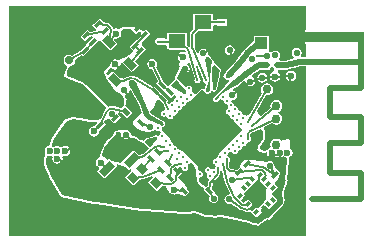
<source format=gtl>
G04*
G04 #@! TF.GenerationSoftware,Altium Limited,Altium Designer,24.8.2 (39)*
G04*
G04 Layer_Physical_Order=1*
G04 Layer_Color=255*
%FSLAX44Y44*%
%MOMM*%
G71*
G04*
G04 #@! TF.SameCoordinates,51F5D0A7-D834-435B-83A4-D3E02903F5C0*
G04*
G04*
G04 #@! TF.FilePolarity,Positive*
G04*
G01*
G75*
%ADD13C,0.2500*%
G04:AMPARAMS|DCode=14|XSize=0.6mm|YSize=0.2803mm|CornerRadius=0mm|HoleSize=0mm|Usage=FLASHONLY|Rotation=135.000|XOffset=0mm|YOffset=0mm|HoleType=Round|Shape=Rectangle|*
%AMROTATEDRECTD14*
4,1,4,0.3112,-0.1130,0.1130,-0.3112,-0.3112,0.1130,-0.1130,0.3112,0.3112,-0.1130,0.0*
%
%ADD14ROTATEDRECTD14*%

%ADD15R,0.2803X0.6000*%
G04:AMPARAMS|DCode=16|XSize=0.6mm|YSize=0.2803mm|CornerRadius=0mm|HoleSize=0mm|Usage=FLASHONLY|Rotation=45.000|XOffset=0mm|YOffset=0mm|HoleType=Round|Shape=Rectangle|*
%AMROTATEDRECTD16*
4,1,4,-0.1130,-0.3112,-0.3112,-0.1130,0.1130,0.3112,0.3112,0.1130,-0.1130,-0.3112,0.0*
%
%ADD16ROTATEDRECTD16*%

%ADD17R,0.6000X0.2803*%
%ADD18C,0.7000*%
G04:AMPARAMS|DCode=19|XSize=1mm|YSize=0.6mm|CornerRadius=0mm|HoleSize=0mm|Usage=FLASHONLY|Rotation=315.000|XOffset=0mm|YOffset=0mm|HoleType=Round|Shape=Rectangle|*
%AMROTATEDRECTD19*
4,1,4,-0.5657,0.1414,-0.1414,0.5657,0.5657,-0.1414,0.1414,-0.5657,-0.5657,0.1414,0.0*
%
%ADD19ROTATEDRECTD19*%

%ADD20R,1.4000X1.1500*%
%ADD21C,0.2750*%
%ADD22P,6.8589X4X360.0*%
G04:AMPARAMS|DCode=23|XSize=0.6mm|YSize=0.2803mm|CornerRadius=0mm|HoleSize=0mm|Usage=FLASHONLY|Rotation=310.000|XOffset=0mm|YOffset=0mm|HoleType=Round|Shape=Rectangle|*
%AMROTATEDRECTD23*
4,1,4,-0.3002,0.1397,-0.0855,0.3199,0.3002,-0.1397,0.0855,-0.3199,-0.3002,0.1397,0.0*
%
%ADD23ROTATEDRECTD23*%

%ADD24R,1.5000X0.5000*%
%ADD25R,0.5000X0.9000*%
G04:AMPARAMS|DCode=26|XSize=0.45mm|YSize=0.35mm|CornerRadius=0mm|HoleSize=0mm|Usage=FLASHONLY|Rotation=225.000|XOffset=0mm|YOffset=0mm|HoleType=Round|Shape=Rectangle|*
%AMROTATEDRECTD26*
4,1,4,0.0354,0.2828,0.2828,0.0354,-0.0354,-0.2828,-0.2828,-0.0354,0.0354,0.2828,0.0*
%
%ADD26ROTATEDRECTD26*%

G04:AMPARAMS|DCode=27|XSize=0.35mm|YSize=0.45mm|CornerRadius=0mm|HoleSize=0mm|Usage=FLASHONLY|Rotation=225.000|XOffset=0mm|YOffset=0mm|HoleType=Round|Shape=Rectangle|*
%AMROTATEDRECTD27*
4,1,4,-0.0354,0.2828,0.2828,-0.0354,0.0354,-0.2828,-0.2828,0.0354,-0.0354,0.2828,0.0*
%
%ADD27ROTATEDRECTD27*%

G04:AMPARAMS|DCode=28|XSize=0.6mm|YSize=0.2803mm|CornerRadius=0mm|HoleSize=0mm|Usage=FLASHONLY|Rotation=220.000|XOffset=0mm|YOffset=0mm|HoleType=Round|Shape=Rectangle|*
%AMROTATEDRECTD28*
4,1,4,0.1397,0.3002,0.3199,0.0855,-0.1397,-0.3002,-0.3199,-0.0855,0.1397,0.3002,0.0*
%
%ADD28ROTATEDRECTD28*%

%ADD29C,0.7500*%
%ADD30R,1.1000X2.2000*%
%ADD31R,1.0000X1.0500*%
G04:AMPARAMS|DCode=32|XSize=0.7mm|YSize=0.8mm|CornerRadius=0mm|HoleSize=0mm|Usage=FLASHONLY|Rotation=225.000|XOffset=0mm|YOffset=0mm|HoleType=Round|Shape=Rectangle|*
%AMROTATEDRECTD32*
4,1,4,-0.0354,0.5303,0.5303,-0.0354,0.0354,-0.5303,-0.5303,0.0354,-0.0354,0.5303,0.0*
%
%ADD32ROTATEDRECTD32*%

G04:AMPARAMS|DCode=33|XSize=0.4mm|YSize=0.7mm|CornerRadius=0mm|HoleSize=0mm|Usage=FLASHONLY|Rotation=45.000|XOffset=0mm|YOffset=0mm|HoleType=Round|Shape=Rectangle|*
%AMROTATEDRECTD33*
4,1,4,0.1061,-0.3889,-0.3889,0.1061,-0.1061,0.3889,0.3889,-0.1061,0.1061,-0.3889,0.0*
%
%ADD33ROTATEDRECTD33*%

G04:AMPARAMS|DCode=34|XSize=1.25mm|YSize=0.7mm|CornerRadius=0mm|HoleSize=0mm|Usage=FLASHONLY|Rotation=45.000|XOffset=0mm|YOffset=0mm|HoleType=Round|Shape=Rectangle|*
%AMROTATEDRECTD34*
4,1,4,-0.1945,-0.6894,-0.6894,-0.1945,0.1945,0.6894,0.6894,0.1945,-0.1945,-0.6894,0.0*
%
%ADD34ROTATEDRECTD34*%

%ADD57C,0.1270*%
%ADD58C,0.5000*%
%ADD59C,0.4500*%
%ADD60C,0.5588*%
%ADD61C,0.6000*%
G36*
X99126Y76875D02*
X98154Y76472D01*
X97752Y75500D01*
Y66500D01*
X98154Y65528D01*
X99126Y65125D01*
Y53770D01*
X95007D01*
X94328Y55040D01*
X94835Y55798D01*
X95150Y57384D01*
X94835Y58970D01*
X93937Y60314D01*
X92593Y61212D01*
X91007Y61528D01*
X89421Y61212D01*
X88077Y60314D01*
X87179Y58970D01*
X86863Y57384D01*
X87179Y55798D01*
X88077Y54454D01*
X88622Y54090D01*
X88424Y52695D01*
X86058Y51945D01*
X80624Y50742D01*
X77889Y50723D01*
X76723Y51096D01*
X76456Y51350D01*
X75812Y52447D01*
X76710Y53791D01*
X77025Y55377D01*
X76710Y56962D01*
X75812Y58307D01*
X74468Y59205D01*
X72882Y59520D01*
X71296Y59205D01*
X69952Y58307D01*
X69906Y58239D01*
X68345Y58188D01*
X68242Y58257D01*
X67251Y58930D01*
Y71970D01*
X54711D01*
Y67183D01*
X46504Y59931D01*
X46375Y59763D01*
X46168Y59603D01*
X45698Y58991D01*
X45389Y58706D01*
X39160Y50145D01*
X30713Y41321D01*
X29907Y40056D01*
X29696Y38857D01*
X28538Y37885D01*
X31972Y33792D01*
X32809Y34495D01*
X33382Y34408D01*
X33770Y33065D01*
X30072Y29866D01*
X30045Y29812D01*
X29989Y29788D01*
X24991Y24683D01*
X24957Y24598D01*
X24877Y24551D01*
X22238Y21060D01*
X21762Y20965D01*
X20887Y20381D01*
X20303Y19506D01*
X20097Y18474D01*
X20303Y17442D01*
X20887Y16567D01*
X21762Y15982D01*
X22794Y15777D01*
X23826Y15982D01*
X24701Y16567D01*
X25286Y17442D01*
X25301Y17518D01*
X25345Y17558D01*
X26692Y18000D01*
X27065Y17750D01*
X27914Y17581D01*
X28097Y17545D01*
X28936Y16706D01*
X28973Y16522D01*
X29141Y15674D01*
X29726Y14799D01*
X30601Y14214D01*
X31449Y14046D01*
X31633Y14009D01*
X32472Y13170D01*
X32508Y12987D01*
X32677Y12138D01*
X32927Y11764D01*
X32485Y10418D01*
X32445Y10374D01*
X32369Y10359D01*
X31494Y9774D01*
X30909Y8899D01*
X30704Y7867D01*
X30909Y6835D01*
X31494Y5960D01*
X32369Y5375D01*
X33217Y5207D01*
X33401Y5170D01*
X34239Y4331D01*
X34276Y4148D01*
X34445Y3300D01*
X35029Y2425D01*
X35904Y1840D01*
X36753Y1671D01*
X36936Y1635D01*
X37775Y796D01*
X37812Y613D01*
X37912Y110D01*
X37139Y-1089D01*
X36218Y-1188D01*
X35819Y-591D01*
X34407Y353D01*
X32741Y684D01*
X32493Y635D01*
X31595Y1533D01*
X31644Y1777D01*
X31312Y3443D01*
X30369Y4855D01*
X28956Y5799D01*
X27741Y6041D01*
X26595Y6786D01*
X26263Y8452D01*
X25319Y9864D01*
X23907Y10808D01*
X22408Y11106D01*
X21979Y11346D01*
X21297Y12028D01*
X21309Y12089D01*
X20978Y13755D01*
X20034Y15168D01*
X18621Y16112D01*
X16955Y16443D01*
X16269Y17129D01*
X16300Y17286D01*
X15969Y18952D01*
X15025Y20364D01*
X13613Y21308D01*
X13571Y21385D01*
X13866Y22264D01*
X14929Y22926D01*
X15455Y22822D01*
X15655Y22861D01*
X15723Y22848D01*
X15791Y22861D01*
X15991Y22822D01*
X16517Y22926D01*
X16687Y23040D01*
X16755Y23053D01*
X16812Y23091D01*
X17013Y23131D01*
X17459Y23429D01*
X17573Y23599D01*
X17630Y23638D01*
X17668Y23695D01*
X17838Y23809D01*
X18136Y24255D01*
X18176Y24455D01*
X18215Y24513D01*
X18216Y24519D01*
X18652Y24795D01*
X19674Y24941D01*
X19736Y24899D01*
X19937Y24859D01*
X19994Y24821D01*
X20062Y24808D01*
X20232Y24694D01*
X20758Y24589D01*
X20959Y24629D01*
X21026Y24616D01*
X21094Y24629D01*
X21295Y24589D01*
X21821Y24694D01*
X21991Y24808D01*
X22058Y24821D01*
X22116Y24859D01*
X22316Y24899D01*
X22762Y25197D01*
X22876Y25367D01*
X22933Y25405D01*
X22972Y25463D01*
X23142Y25577D01*
X23440Y26023D01*
X23480Y26223D01*
X23518Y26281D01*
X23525Y26318D01*
X23634Y26469D01*
X26218Y37357D01*
X26214Y37383D01*
X26229Y37406D01*
X26442Y38475D01*
X26431Y38529D01*
X26458Y38577D01*
X26898Y42180D01*
X27369Y42576D01*
X26730Y43338D01*
X26663Y43579D01*
X26641Y43592D01*
X26633Y43616D01*
X22777Y48212D01*
X22534Y48338D01*
X21880Y49118D01*
X21880D01*
X20903Y49832D01*
X20443Y50484D01*
X20358Y50546D01*
X20326Y50646D01*
X16470Y55242D01*
X16227Y55368D01*
X15587Y56131D01*
X15743Y56916D01*
X15427Y58502D01*
X14529Y59847D01*
X13185Y60745D01*
X11599Y61060D01*
X10014Y60745D01*
X8669Y59847D01*
X7771Y58502D01*
X7597Y57627D01*
X6275Y57491D01*
X5060Y60360D01*
X5046Y60393D01*
X4999Y60529D01*
X4668Y61514D01*
X4647Y61563D01*
X4568Y62736D01*
Y72894D01*
X4629Y72921D01*
X4668Y73014D01*
X4646Y73064D01*
X5422Y73910D01*
X7610Y76244D01*
X19800D01*
Y80414D01*
X20699Y81311D01*
X23613Y81308D01*
Y80574D01*
X32153D01*
Y85917D01*
X23613D01*
Y85917D01*
X22888Y85193D01*
X19800Y85197D01*
Y90283D01*
X3260D01*
Y77284D01*
X2593Y76572D01*
X1713Y75655D01*
X1713Y75655D01*
X941Y74500D01*
X646Y73014D01*
X683D01*
Y63328D01*
X-587Y62669D01*
X-2200Y63807D01*
Y74283D01*
X-18740D01*
Y69569D01*
X-20010Y69232D01*
X-20406Y69620D01*
Y69620D01*
X-28946D01*
Y64277D01*
X-20406D01*
Y64277D01*
X-19938Y64402D01*
X-18740Y63443D01*
Y60244D01*
X-3887D01*
X-2660Y59378D01*
X-2569Y58555D01*
X-3716Y57794D01*
X-3914Y57927D01*
X-5580Y58258D01*
X-7246Y57927D01*
X-8659Y56983D01*
X-9602Y55571D01*
X-9934Y53905D01*
X-9602Y52238D01*
X-8659Y50826D01*
X-8041Y50413D01*
X-8024Y50357D01*
X-8182Y48985D01*
X-8400Y48466D01*
X-8593Y45278D01*
X-8893Y43600D01*
X-9585Y42065D01*
X-10613Y40366D01*
X-10657Y40284D01*
X-11502Y38467D01*
X-11557Y38310D01*
X-12074Y36191D01*
X-12096Y36056D01*
X-12137Y35524D01*
X-12241Y35481D01*
X-12241Y35481D01*
X-16483Y31239D01*
X-16588Y30986D01*
X-17244Y30331D01*
X-17326Y30255D01*
X-18319Y29644D01*
X-22440Y33764D01*
X-28001Y45231D01*
X-27389Y46146D01*
X-27058Y47813D01*
X-27389Y49479D01*
X-28333Y50891D01*
X-29746Y51835D01*
X-31412Y52166D01*
X-33078Y51835D01*
X-34490Y50891D01*
X-35434Y49479D01*
X-35765Y47813D01*
X-35434Y46146D01*
X-34490Y44734D01*
X-33078Y43790D01*
X-31464Y43469D01*
X-26499Y33233D01*
X-27982Y31750D01*
X-21943Y25712D01*
X-21943Y25712D01*
X-21322Y25035D01*
X-21322Y25035D01*
X-15283Y18997D01*
X-12483Y21797D01*
X-11157Y21327D01*
X-10951Y19371D01*
X-11825Y19197D01*
X-12700Y18613D01*
X-13285Y17738D01*
X-13454Y16889D01*
X-13490Y16706D01*
X-14329Y15867D01*
X-14512Y15831D01*
X-15361Y15662D01*
X-16236Y15077D01*
X-16694Y14392D01*
X-17497Y14271D01*
X-18090Y14331D01*
X-18720Y15560D01*
X-17302Y16978D01*
X-23341Y23017D01*
X-23341Y23017D01*
X-23962Y23693D01*
X-23962Y23693D01*
X-30000Y29732D01*
X-31153Y28579D01*
X-44606Y37140D01*
X-44645Y37155D01*
X-44841Y37305D01*
X-46448Y37971D01*
X-48172Y38198D01*
X-49896Y37971D01*
X-50370Y37775D01*
X-50518Y37750D01*
X-55123Y36011D01*
X-55198Y36069D01*
X-55212Y36075D01*
X-55257Y36057D01*
X-55312Y35986D01*
X-58778Y36350D01*
X-64758Y42330D01*
X-68474Y38614D01*
X-69734Y38774D01*
X-70087Y39372D01*
X-70598Y40401D01*
X-69032Y42433D01*
X-67172Y44420D01*
X-66615Y44649D01*
X-65715Y44526D01*
X-64303Y43583D01*
X-62637Y43251D01*
X-60971Y43583D01*
X-59558Y44527D01*
X-58615Y45939D01*
X-58283Y47605D01*
X-58439Y48387D01*
X-57832Y49094D01*
X-56742Y49107D01*
X-48495Y40859D01*
X-42456Y46898D01*
X-45876Y50317D01*
X-42802Y54248D01*
X-42548Y54264D01*
X-42548D01*
X-36509Y60303D01*
X-40287Y64080D01*
X-40091Y65269D01*
X-40068Y65397D01*
X-40059Y65460D01*
X-39952Y66509D01*
X-39134Y67441D01*
Y67441D01*
X-33095Y73479D01*
X-36873Y77257D01*
X-38495Y75635D01*
X-39669Y76119D01*
X-39669Y76211D01*
X-39806Y76670D01*
X-40169Y76982D01*
X-42475Y78025D01*
X-42549Y78054D01*
X-44836Y78841D01*
X-44919Y78865D01*
X-47188Y79396D01*
X-47278Y79412D01*
X-49529Y79688D01*
X-49625Y79694D01*
X-51857Y79714D01*
X-51864Y79714D01*
X-51954Y79710D01*
X-54168Y79474D01*
X-54264Y79458D01*
X-56459Y78967D01*
X-56550Y78941D01*
X-58727Y78194D01*
X-58769Y78179D01*
X-59983Y77689D01*
X-60201Y77834D01*
X-61867Y78166D01*
X-63533Y77834D01*
X-64661Y78302D01*
X-64722Y78609D01*
X-65565Y79869D01*
X-65565Y79869D01*
X-66489Y80741D01*
X-67573Y81825D01*
X-67546Y81851D01*
X-68807Y82693D01*
X-69670Y82865D01*
X-69870Y82928D01*
X-72627Y83233D01*
X-76090Y86696D01*
X-82128Y80658D01*
X-79039Y77569D01*
X-79443Y76176D01*
X-84285Y75085D01*
X-86458Y77257D01*
X-92496Y71219D01*
X-88719Y67441D01*
X-85281Y70878D01*
X-82389Y71530D01*
X-81751Y70372D01*
X-86700Y65423D01*
Y65423D01*
X-87331Y64257D01*
X-87590Y64255D01*
X-87590D01*
X-92840Y59005D01*
X-99080Y54989D01*
X-99831Y55491D01*
X-101692Y55862D01*
X-103553Y55491D01*
X-105131Y54437D01*
X-106185Y52859D01*
X-106556Y50998D01*
X-106185Y49137D01*
X-105131Y47559D01*
X-103553Y46505D01*
X-103244Y45836D01*
X-103861Y44729D01*
X-103919Y44602D01*
X-105067Y41390D01*
X-105100Y41270D01*
X-105811Y37692D01*
X-105827Y37526D01*
X-105697Y37075D01*
X-105347Y36761D01*
X-102116Y35198D01*
X-102063Y35174D01*
X-91271Y30838D01*
X-89624Y29996D01*
X-88280Y28917D01*
X-88091Y28729D01*
X-88036Y28674D01*
X-80879Y21640D01*
X-80861Y21622D01*
X-80841Y21602D01*
X-73800Y14590D01*
X-73789Y14578D01*
X-70834Y11624D01*
X-70327Y10413D01*
X-71385Y9033D01*
X-71498Y8761D01*
X-71538Y8710D01*
X-75164Y1570D01*
X-77910Y1000D01*
X-81001Y747D01*
X-84266Y850D01*
X-87726Y1314D01*
X-98567Y3287D01*
X-98719Y3300D01*
X-98941Y3271D01*
X-104616Y1733D01*
X-105078Y1416D01*
X-113002Y-9366D01*
X-113021Y-9394D01*
X-114692Y-11865D01*
X-114729Y-11925D01*
X-116133Y-14428D01*
X-116168Y-14496D01*
X-117306Y-17031D01*
X-117335Y-17106D01*
X-118174Y-19578D01*
X-119396Y-21515D01*
X-119880Y-21612D01*
X-121293Y-22555D01*
X-122236Y-23968D01*
X-122568Y-25634D01*
X-122236Y-27300D01*
X-122051Y-27578D01*
X-122525Y-29309D01*
X-122551Y-29444D01*
X-122905Y-32769D01*
X-122909Y-32859D01*
X-122908Y-32906D01*
X-122722Y-36297D01*
X-122705Y-36425D01*
X-121979Y-39881D01*
X-121947Y-39994D01*
X-120680Y-43516D01*
X-120640Y-43611D01*
X-118833Y-47197D01*
X-118811Y-47238D01*
X-109043Y-64259D01*
X-108899Y-64363D01*
X-108478Y-64668D01*
X-81246Y-70313D01*
X-81222Y-70318D01*
X-78716Y-70763D01*
X-78692Y-70767D01*
X-40527Y-76420D01*
X-40493Y-76425D01*
X-37946Y-76698D01*
X-37912Y-76701D01*
X-5278Y-78879D01*
X-5229Y-78881D01*
X-2112Y-78909D01*
X-2105Y-78909D01*
X-2015Y-78904D01*
X1102Y-78571D01*
X1150Y-78565D01*
X2041Y-78418D01*
X2079Y-78411D01*
X4413Y-77916D01*
X9207Y-79826D01*
X9242Y-79840D01*
X11402Y-80592D01*
X11476Y-80614D01*
X13636Y-81151D01*
X13675Y-81160D01*
X15414Y-81505D01*
X15490Y-81517D01*
X19379Y-81929D01*
X19457Y-81934D01*
X21196Y-81957D01*
X21207Y-81957D01*
X21274Y-81955D01*
X25136Y-81650D01*
X25212Y-81640D01*
X26396Y-81437D01*
X39147Y-84294D01*
X50385Y-86806D01*
X52142Y-87362D01*
X53308Y-87848D01*
X53381Y-87875D01*
X55217Y-88450D01*
X55291Y-88470D01*
X55982Y-88619D01*
X56058Y-88632D01*
X58113Y-88885D01*
X58216Y-88891D01*
X58419Y-88832D01*
X58673Y-88758D01*
X58709Y-88735D01*
X58710Y-88734D01*
X59017Y-88537D01*
X67001Y-83427D01*
X67324Y-83750D01*
X68037Y-83037D01*
X68283Y-82939D01*
X69279Y-81968D01*
X69569Y-81783D01*
X69665Y-81711D01*
X70635Y-80877D01*
X70724Y-80789D01*
X71968Y-79350D01*
X78738Y-72757D01*
X78797Y-72619D01*
X78922Y-72536D01*
X80281Y-70502D01*
X80309Y-70364D01*
X80408Y-70264D01*
Y-69991D01*
X80691Y-69307D01*
X80932Y-67479D01*
X80990Y-67339D01*
X80936Y-67209D01*
X80964Y-67070D01*
X80486Y-64671D01*
X80397Y-64537D01*
X80392Y-64376D01*
X80240Y-64036D01*
X79830Y-60217D01*
X80281Y-59542D01*
X80325Y-59321D01*
X80463Y-59145D01*
X81629Y-54931D01*
X81705Y-54827D01*
X81794Y-54674D01*
X82467Y-53172D01*
X82526Y-52990D01*
X82843Y-51399D01*
X82857Y-51305D01*
X82906Y-50729D01*
X83259Y-50375D01*
X82961Y-50077D01*
X84375Y-33502D01*
X84451Y-32823D01*
X84685Y-31132D01*
X84697Y-31129D01*
X86110Y-30186D01*
X87053Y-28773D01*
X87385Y-27107D01*
X87053Y-25441D01*
X86110Y-24029D01*
X85412Y-23563D01*
X85433Y-22909D01*
X85434Y-22882D01*
X85432Y-22825D01*
X85014Y-16559D01*
X85008Y-16475D01*
X85008Y-16475D01*
X84741Y-15911D01*
X84160Y-15682D01*
X84160Y-15682D01*
X84009Y-15695D01*
X82959Y-15885D01*
X82915Y-15894D01*
X79748Y-16643D01*
X79648Y-16673D01*
X77784Y-17364D01*
X77253Y-16570D01*
X75593Y-15461D01*
X73634Y-15071D01*
X71675Y-15461D01*
X70015Y-16570D01*
X68905Y-18231D01*
X68516Y-20189D01*
X68816Y-21700D01*
X68365Y-23085D01*
X66953Y-24029D01*
X66341Y-24944D01*
X65872Y-25116D01*
X63571Y-25329D01*
X61252Y-24910D01*
X59417Y-24082D01*
X59595Y-23178D01*
X60044Y-21831D01*
X60639Y-20653D01*
X61398Y-19606D01*
X61776Y-19166D01*
X61833Y-19093D01*
X62839Y-17627D01*
X62924Y-17468D01*
X63621Y-15767D01*
X63668Y-15612D01*
X64055Y-13676D01*
X64071Y-13540D01*
X64148Y-11370D01*
X64149Y-11339D01*
X64145Y-11258D01*
X63913Y-8853D01*
X63899Y-8764D01*
X63358Y-6125D01*
X63340Y-6054D01*
X63160Y-5445D01*
X70208Y-2144D01*
X71675Y-3125D01*
X73634Y-3514D01*
X75593Y-3125D01*
X77253Y-2015D01*
X78363Y-355D01*
X78752Y1604D01*
X78363Y3563D01*
X77253Y5223D01*
X75593Y6333D01*
X75230Y6405D01*
Y7700D01*
X75593Y7772D01*
X77253Y8882D01*
X78363Y10542D01*
X78752Y12501D01*
X78363Y14460D01*
X77253Y16120D01*
X75593Y17230D01*
X73634Y17619D01*
X71675Y17230D01*
X70015Y16120D01*
X68905Y14460D01*
X68516Y12501D01*
X68803Y11058D01*
X60568Y4320D01*
X60525Y4302D01*
X58964Y4649D01*
X57153Y7868D01*
X56959Y8065D01*
X64965Y21493D01*
X65671Y21353D01*
X67630Y21742D01*
X69291Y22852D01*
X70400Y24512D01*
X70790Y26471D01*
X70400Y28430D01*
X69291Y30090D01*
X67630Y31200D01*
X65671Y31589D01*
X63713Y31200D01*
X62052Y30090D01*
X60943Y28430D01*
X60553Y26471D01*
X60943Y24512D01*
X61630Y23484D01*
X51221Y6026D01*
X49112Y4907D01*
X49080Y4890D01*
X47874Y4182D01*
X47682Y4471D01*
X46807Y5055D01*
X45958Y5224D01*
X45775Y5261D01*
X44936Y6099D01*
X44900Y6283D01*
X44731Y7131D01*
X44146Y8006D01*
X43271Y8591D01*
X42423Y8760D01*
X42239Y8796D01*
X41401Y9635D01*
X41364Y9818D01*
X41196Y10667D01*
X40611Y11542D01*
X39736Y12126D01*
X38888Y12295D01*
X38704Y12332D01*
X37865Y13170D01*
X37829Y13354D01*
X37660Y14202D01*
X37075Y15077D01*
X36200Y15662D01*
X35303Y15840D01*
X35192Y16048D01*
X35221Y16268D01*
X36371Y17335D01*
X37956Y17650D01*
X39301Y18548D01*
X40199Y19892D01*
X40514Y21478D01*
X40199Y23064D01*
X39301Y24408D01*
X37956Y25306D01*
X37242Y25449D01*
X37019Y26788D01*
X40360Y28728D01*
X40388Y28765D01*
X40434Y28774D01*
X41027Y29170D01*
X41077Y29195D01*
X41152Y29253D01*
X41245Y29316D01*
X41259Y29337D01*
X46470Y33402D01*
X47697Y32748D01*
X47932Y31567D01*
X48830Y30222D01*
X50175Y29324D01*
X51761Y29009D01*
X53346Y29324D01*
X54690Y30222D01*
X55589Y31567D01*
X55904Y33152D01*
X55589Y34738D01*
X54690Y36082D01*
X53346Y36981D01*
X53197Y38305D01*
X59985Y42927D01*
X62772Y42962D01*
X63183Y42556D01*
Y42556D01*
X68526D01*
Y44123D01*
X68578Y44159D01*
X69255Y45200D01*
X70027Y45295D01*
X70641Y45178D01*
X71361Y44115D01*
X71381Y44103D01*
Y42772D01*
X71381Y42556D01*
X71069Y41415D01*
X70916Y41384D01*
X69503Y40441D01*
X68560Y39028D01*
X68228Y37362D01*
X68560Y35696D01*
X69503Y34284D01*
X70916Y33340D01*
X72582Y33008D01*
X74248Y33340D01*
X75660Y34284D01*
X76604Y35696D01*
X76936Y37362D01*
X76604Y39028D01*
X75660Y40441D01*
X75409Y40609D01*
X75152Y42308D01*
X75353Y42556D01*
X76723D01*
Y43027D01*
X81084Y43057D01*
X81482Y43139D01*
X81888Y43148D01*
X87887Y44477D01*
X88046Y44546D01*
X88217Y44565D01*
X93471Y46230D01*
X99126D01*
Y-97410D01*
X-152410D01*
Y97410D01*
X99126D01*
Y76875D01*
D02*
G37*
G36*
X-49688Y77995D02*
X-49017Y77913D01*
X-48708Y77015D01*
Y77015D01*
X-44930Y73237D01*
X-42637Y75530D01*
X-41365Y75006D01*
X-41358Y73200D01*
X-41363Y72767D01*
X-42912Y71219D01*
X-42198Y70504D01*
X-44094Y68337D01*
X-44695Y68316D01*
X-44694D01*
X-50733Y62278D01*
X-47995Y59540D01*
X-48012Y58270D01*
X-50999Y55441D01*
X-51323Y55765D01*
X-53420Y53668D01*
X-55765Y52955D01*
X-55818Y52937D01*
X-58499Y51925D01*
X-58553Y51903D01*
X-59497Y51471D01*
X-59525Y51457D01*
X-60205Y51115D01*
X-60971Y51627D01*
X-62637Y51959D01*
X-64303Y51627D01*
X-65715Y50683D01*
X-66659Y49271D01*
X-66990Y47605D01*
X-66860Y46949D01*
X-68225Y45775D01*
X-68292Y45711D01*
X-70301Y43565D01*
X-70354Y43503D01*
X-72269Y41018D01*
X-72446Y40499D01*
X-72357Y40121D01*
X-71596Y38588D01*
X-71567Y38535D01*
X-70449Y36639D01*
X-70797Y36291D01*
X-68839Y34333D01*
X-68697Y34137D01*
X-68673Y34105D01*
X-68618Y34035D01*
X-68593Y34006D01*
X-67039Y32220D01*
X-66749Y30494D01*
X-66590Y30147D01*
X-64823Y28008D01*
X-64785Y27966D01*
X-63063Y26184D01*
X-63010Y26135D01*
X-61333Y24711D01*
X-61260Y24656D01*
X-59628Y23591D01*
X-59581Y23562D01*
X-58732Y23094D01*
X-57602Y22339D01*
X-56711Y21465D01*
X-56022Y20450D01*
X-55527Y19281D01*
X-55226Y17942D01*
X-55125Y16426D01*
X-55234Y14729D01*
X-55529Y13021D01*
X-57556Y10640D01*
X-57741Y10545D01*
X-57766Y10533D01*
X-63955Y12133D01*
X-63952Y12144D01*
X-65617Y12364D01*
X-67341Y12137D01*
X-68504Y11655D01*
X-68816Y12007D01*
X-68852Y12046D01*
X-72587Y15781D01*
X-72588Y15782D01*
X-72599Y15793D01*
X-79642Y22808D01*
X-79666Y22831D01*
X-79686Y22851D01*
X-86843Y29885D01*
X-86844Y29886D01*
X-86891Y29932D01*
X-87110Y30152D01*
X-87179Y30214D01*
X-88627Y31376D01*
X-88772Y31470D01*
X-90531Y32369D01*
X-90601Y32401D01*
X-101402Y36741D01*
X-104016Y38005D01*
X-103445Y40877D01*
X-102342Y43963D01*
X-101062Y46260D01*
X-99831Y46505D01*
X-98253Y47559D01*
X-97199Y49137D01*
X-96829Y50998D01*
X-96857Y51138D01*
X-95114Y52922D01*
X-90989Y55577D01*
X-89851Y54438D01*
X-83812Y60477D01*
Y60477D01*
X-83181Y61642D01*
X-82922Y61645D01*
X-82922D01*
X-77081Y67486D01*
X-76836Y67621D01*
X-75747Y68111D01*
D01*
X-75747Y68111D01*
X-66880Y59244D01*
X-66354Y59770D01*
X-66393Y59867D01*
X-66313Y59900D01*
X-66163Y59988D01*
X-66094Y60042D01*
X-66035Y60089D01*
X-60841Y65283D01*
X-64053Y68494D01*
X-62982Y69680D01*
X-61867Y69458D01*
X-60201Y69790D01*
X-58788Y70734D01*
X-57844Y72146D01*
X-57513Y73812D01*
X-57844Y75478D01*
X-57266Y76898D01*
X-56042Y77318D01*
X-53940Y77789D01*
X-51823Y78014D01*
X-49688Y77995D01*
D02*
G37*
G36*
X148126Y66500D02*
X99126D01*
Y75500D01*
X148126D01*
Y66500D01*
D02*
G37*
G36*
X147876Y47500D02*
X106876D01*
Y52500D01*
X147876D01*
Y47500D01*
D02*
G37*
G36*
X4506Y35585D02*
X4393Y35415D01*
X4187Y34383D01*
X4393Y33352D01*
X4977Y32477D01*
X5852Y31892D01*
X6884Y31687D01*
X7916Y31892D01*
X8791Y32477D01*
X9376Y33352D01*
X9581Y34383D01*
X9376Y35415D01*
X8791Y36291D01*
X8239Y36659D01*
X5372Y46410D01*
X6570Y46838D01*
X11446Y35327D01*
X11258Y34383D01*
X11464Y33352D01*
X12048Y32477D01*
X12923Y31892D01*
X13265Y31824D01*
X14236Y30546D01*
X13579Y28112D01*
X13084Y26882D01*
X11840Y26628D01*
X10420Y28048D01*
X5375Y23003D01*
X4956Y23015D01*
X3890Y23314D01*
X3488Y23916D01*
X2613Y24501D01*
X2537Y24516D01*
X2496Y24560D01*
X2055Y25907D01*
X2305Y26281D01*
X2510Y27313D01*
X2305Y28345D01*
X1720Y29219D01*
X845Y29804D01*
X-187Y30009D01*
X-1219Y29804D01*
X-2094Y29219D01*
X-2518Y28584D01*
X-3503Y28343D01*
X-3974Y28342D01*
X-7491Y32527D01*
X-7491Y32527D01*
X-8235Y33412D01*
X-8291Y33441D01*
X-8315Y33500D01*
X-10297Y35481D01*
X-10431Y35537D01*
X-10406Y35854D01*
X-9925Y37826D01*
X-9135Y39525D01*
X-8361Y40803D01*
X-7845Y40869D01*
X-6542Y44887D01*
X-5936Y45794D01*
X-5030Y46399D01*
X-3960Y46612D01*
X-2891Y46399D01*
X-1985Y45794D01*
X-1379Y44887D01*
X-1166Y43818D01*
X-1379Y42749D01*
X-2618Y39941D01*
X-2375Y39990D01*
X-1030Y40888D01*
X-132Y42232D01*
X183Y43818D01*
X-132Y45404D01*
X-1030Y46748D01*
X-1714Y47205D01*
X-1423Y48538D01*
X601Y48863D01*
X4506Y35585D01*
D02*
G37*
G36*
X25580Y42732D02*
X25094Y38743D01*
X24881Y37674D01*
X22297Y26786D01*
X21999Y26340D01*
X21553Y26042D01*
X21026Y25938D01*
X20500Y26042D01*
X20054Y26340D01*
X19756Y26786D01*
X19651Y27313D01*
X19506Y38743D01*
X19576Y45527D01*
X21724Y47328D01*
X25580Y42732D01*
D02*
G37*
G36*
X19273Y49762D02*
X18341Y45819D01*
X18312Y45699D01*
X18307Y45576D01*
X17870Y34383D01*
X17098Y25545D01*
X16993Y25018D01*
X16695Y24572D01*
X16249Y24274D01*
X15723Y24170D01*
X15197Y24274D01*
X14751Y24572D01*
X14453Y25018D01*
X14348Y25545D01*
X14453Y26071D01*
X16509Y33695D01*
X16560Y33885D01*
X16605Y34278D01*
X16592Y34673D01*
X16556Y34867D01*
X13269Y52557D01*
X15416Y54359D01*
X19273Y49762D01*
D02*
G37*
G36*
X-9287Y32527D02*
X-2750Y24749D01*
X-2452Y24303D01*
X-2347Y23777D01*
X-2452Y23251D01*
X-2750Y22805D01*
X-3196Y22507D01*
X-3722Y22402D01*
X-4249Y22507D01*
X-13529Y28285D01*
X-15511Y30267D01*
X-11269Y34509D01*
X-9287Y32527D01*
D02*
G37*
G36*
X39670Y34536D02*
X40481Y33994D01*
X41023Y33183D01*
X41213Y32226D01*
X41023Y31270D01*
X40481Y30459D01*
X39670Y29917D01*
X32878Y25972D01*
X26649Y22970D01*
X23178Y17937D01*
X22972Y17800D01*
X22729Y17751D01*
X22486Y17800D01*
X22280Y17937D01*
X22142Y18143D01*
X22094Y18386D01*
X22142Y18629D01*
X22280Y18835D01*
X25973Y23722D01*
X30971Y28827D01*
X36946Y33994D01*
X37757Y34536D01*
X38713Y34726D01*
X39670Y34536D01*
D02*
G37*
G36*
X-42767Y13568D02*
X-40429Y6299D01*
X-41391Y5653D01*
X-41469Y5594D01*
X-42056Y5092D01*
X-42070Y5080D01*
X-44887Y2564D01*
X-44904Y2548D01*
X-45334Y2141D01*
X-45410Y2060D01*
X-46756Y403D01*
X-46848Y262D01*
X-47878Y-1698D01*
X-47976Y-2094D01*
X-47834Y-2563D01*
X-46931Y-3926D01*
X-46859Y-4020D01*
X-45838Y-5173D01*
X-45744Y-5264D01*
X-44606Y-6207D01*
X-44492Y-6287D01*
X-43237Y-7019D01*
X-43175Y-7052D01*
X-40389Y-8383D01*
X-40202Y-8441D01*
X-40151Y-8456D01*
X-35030Y-9237D01*
X-34947Y-9246D01*
X-34096Y-9291D01*
X-33629Y-9384D01*
X-32597Y-9179D01*
X-32147Y-9111D01*
X-32063Y-9094D01*
X-28580Y-8202D01*
X-27735Y-8767D01*
X-26703Y-8972D01*
X-25671Y-8767D01*
X-25237Y-8477D01*
X-24162Y-9552D01*
X-24174Y-9971D01*
X-24473Y-11037D01*
X-25075Y-11439D01*
X-25659Y-12314D01*
X-25660Y-12316D01*
X-25669Y-12326D01*
X-25992Y-12530D01*
X-27049Y-12789D01*
X-27181Y-12701D01*
X-27382Y-12661D01*
X-27439Y-12622D01*
X-27507Y-12609D01*
X-27677Y-12495D01*
X-28203Y-12391D01*
X-28403Y-12431D01*
X-28471Y-12417D01*
X-28539Y-12431D01*
X-28739Y-12391D01*
X-29265Y-12495D01*
X-29324Y-12535D01*
X-29395Y-12528D01*
X-35298Y-14309D01*
X-35575Y-14032D01*
X-36294Y-14752D01*
X-36547Y-14856D01*
X-38529Y-16838D01*
X-38633Y-17091D01*
X-38735Y-17193D01*
X-40362Y-16592D01*
X-41583Y-16043D01*
X-42654Y-15357D01*
X-43544Y-14683D01*
X-43594Y-14648D01*
X-44711Y-13940D01*
X-44820Y-13883D01*
X-46046Y-13368D01*
X-46158Y-13331D01*
X-47492Y-13009D01*
X-47599Y-12991D01*
X-48631Y-12899D01*
X-49684Y-10789D01*
X-49779Y-10645D01*
X-49862Y-10546D01*
X-49950Y-10103D01*
X-50848Y-8758D01*
X-52193Y-7860D01*
X-53778Y-7545D01*
X-54899Y-7768D01*
X-55322Y-7723D01*
X-55398Y-7719D01*
X-55438Y-7720D01*
X-56786Y-7793D01*
X-56837Y-7798D01*
X-59833Y-8168D01*
X-62316Y-8290D01*
X-62584Y-8380D01*
X-62695Y-8418D01*
X-62951Y-8724D01*
X-63736Y-10480D01*
X-64670Y-12003D01*
X-65770Y-13336D01*
X-67059Y-14503D01*
X-67803Y-15085D01*
X-67869Y-15144D01*
X-70312Y-17581D01*
X-70409Y-17701D01*
X-72501Y-20917D01*
X-72558Y-21024D01*
X-74299Y-25019D01*
X-74331Y-25107D01*
X-75721Y-29882D01*
X-75750Y-30087D01*
X-75743Y-30099D01*
X-76293Y-31503D01*
X-76396Y-31523D01*
X-77808Y-32467D01*
X-78752Y-33880D01*
X-79083Y-35546D01*
X-78752Y-37212D01*
X-77808Y-38624D01*
X-76924Y-39215D01*
X-76630Y-40718D01*
X-78382Y-42469D01*
X-71636Y-49215D01*
X-61001Y-38580D01*
X-61553Y-38028D01*
X-60919Y-36928D01*
X-53722Y-38844D01*
X-50787Y-41780D01*
X-49940Y-40933D01*
X-49768Y-40986D01*
X-49410Y-42423D01*
X-54887Y-47900D01*
X-47434Y-55353D01*
X-41870Y-49790D01*
X-40580Y-49700D01*
X-39389Y-49617D01*
X-39210Y-49575D01*
X-39198Y-49573D01*
X-39199Y-49573D01*
X-39210Y-49575D01*
X-39376Y-49614D01*
X-39199Y-49573D01*
X-38188Y-49372D01*
X-38201Y-49341D01*
X-37994Y-49256D01*
X-31238Y-46497D01*
X-30521Y-47576D01*
X-35088Y-52143D01*
X-27635Y-59596D01*
X-22940Y-54901D01*
X-20309Y-55138D01*
X-20222Y-55326D01*
X-20180Y-55402D01*
X-18744Y-57724D01*
X-18672Y-57822D01*
X-17156Y-59552D01*
X-17030Y-59666D01*
X-17021Y-59672D01*
X-16969Y-59936D01*
X-16025Y-61348D01*
X-14613Y-62292D01*
X-12947Y-62624D01*
X-11281Y-62292D01*
X-10664Y-61880D01*
X-5431Y-62639D01*
X-3611Y-64460D01*
X167Y-60682D01*
X-1438Y-59076D01*
X-1438Y-59073D01*
X-1435Y-59012D01*
X-1446Y-58884D01*
X-1692Y-57489D01*
X-1739Y-57331D01*
X-2343Y-55896D01*
X-2405Y-55779D01*
X-3369Y-54304D01*
X-3401Y-54259D01*
X-4108Y-53334D01*
X-4163Y-53271D01*
X-9403Y-47840D01*
X-9354Y-47396D01*
X-5891Y-43933D01*
X-9285Y-40539D01*
X-9020Y-39175D01*
X-8290Y-38819D01*
X-7441Y-38987D01*
X-7258Y-39024D01*
X-6419Y-39863D01*
X-6383Y-40046D01*
X-6214Y-40895D01*
X-5629Y-41770D01*
X-4754Y-42354D01*
X-3722Y-42559D01*
X-2690Y-42354D01*
X-1815Y-41770D01*
X-1231Y-40895D01*
X-1026Y-39863D01*
X-1231Y-38831D01*
X-1481Y-38457D01*
X-1039Y-37110D01*
X-999Y-37066D01*
X-923Y-37051D01*
X-48Y-36466D01*
X355Y-35864D01*
X1420Y-35566D01*
X1839Y-35553D01*
X3277Y-36991D01*
X3873Y-37977D01*
X4760Y-40142D01*
X5242Y-42350D01*
X5258Y-42493D01*
X5285Y-42733D01*
X5286Y-42749D01*
X5349Y-43233D01*
X5351Y-43249D01*
X5379Y-43436D01*
X6461Y-50738D01*
X6554Y-51016D01*
X7061Y-51959D01*
X7107Y-52035D01*
X8562Y-54170D01*
X8684Y-54313D01*
X10529Y-56037D01*
X10679Y-56149D01*
X11977Y-56912D01*
X12180Y-58505D01*
X12044Y-58641D01*
X17068Y-63666D01*
X17210Y-63896D01*
X16913Y-64341D01*
X16597Y-65927D01*
X16913Y-67512D01*
X17811Y-68857D01*
X19155Y-69755D01*
X20741Y-70070D01*
X22327Y-69755D01*
X23671Y-68857D01*
X24569Y-67512D01*
X24885Y-65927D01*
X24569Y-64341D01*
X23671Y-62997D01*
X22407Y-62152D01*
X22281Y-62009D01*
X21861Y-60902D01*
X21861Y-60902D01*
X21860Y-60902D01*
X19088Y-58130D01*
X19661Y-52963D01*
X19737Y-52934D01*
X19768Y-52860D01*
X19742Y-52793D01*
X20500Y-51917D01*
X24952Y-46842D01*
X24952Y-46842D01*
X24958Y-46847D01*
X25910Y-45421D01*
X26240Y-43763D01*
X26240D01*
X26236Y-43758D01*
X26321Y-42549D01*
X27602Y-42439D01*
X29496Y-50132D01*
X29796Y-51365D01*
X29814Y-51501D01*
X30084Y-52152D01*
X30216Y-52514D01*
X30238Y-52604D01*
X34411Y-61475D01*
X33536Y-62599D01*
X32206Y-62863D01*
X30861Y-63762D01*
X29963Y-65106D01*
X29648Y-66692D01*
X29963Y-68277D01*
X30861Y-69622D01*
X32206Y-70520D01*
X33791Y-70835D01*
X35377Y-70520D01*
X35594Y-70375D01*
X42045Y-75003D01*
X42235Y-75089D01*
X43291Y-75795D01*
X44074Y-75951D01*
X44173Y-75998D01*
X48343Y-77074D01*
X48566Y-77087D01*
X49304Y-77234D01*
X50433Y-77009D01*
X50525Y-76997D01*
X50564Y-76984D01*
X50929Y-77248D01*
X51054Y-77321D01*
X51836Y-77677D01*
X56375Y-82216D01*
X61353Y-77238D01*
X60440Y-76325D01*
X60451Y-75055D01*
X61886Y-73672D01*
X61975Y-73585D01*
X61991Y-73570D01*
X62056Y-73503D01*
X62060Y-73482D01*
X62385Y-72996D01*
X62846Y-72688D01*
X62959Y-72565D01*
X64720Y-72530D01*
X66527Y-74337D01*
X66632Y-74407D01*
X66723Y-74467D01*
X66823Y-74511D01*
X67618Y-74862D01*
X74305Y-68176D01*
X74357Y-68107D01*
X74406Y-68042D01*
X74488Y-67900D01*
X74519Y-67825D01*
X74616Y-67865D01*
X75142Y-67339D01*
X74616D01*
Y-67183D01*
X74541Y-66881D01*
X74468Y-66744D01*
X74378Y-66576D01*
X70352Y-62549D01*
X70243Y-61859D01*
X70352Y-61168D01*
X74267Y-57253D01*
X74288Y-57230D01*
X74370Y-57139D01*
X74496Y-56931D01*
X74580Y-56702D01*
X74599Y-56582D01*
X74703Y-55940D01*
X72732Y-53969D01*
X72607Y-52492D01*
X72656Y-52439D01*
X74610Y-50055D01*
X74689Y-49938D01*
X75318Y-48772D01*
X75365Y-48663D01*
X75762Y-47514D01*
X75795Y-47380D01*
X75959Y-46249D01*
X75967Y-46143D01*
X75965Y-46098D01*
X75964Y-46078D01*
X77463Y-44579D01*
X74354Y-41470D01*
X71950Y-37499D01*
X71805Y-36769D01*
X70907Y-35424D01*
X69563Y-34526D01*
X67977Y-34211D01*
X66391Y-34526D01*
X65765Y-34944D01*
X64417Y-34569D01*
X64348Y-34553D01*
X62681Y-34257D01*
X62608Y-34248D01*
X51600Y-33406D01*
X50193Y-31999D01*
X48928Y-33263D01*
X48411Y-33273D01*
X48273Y-33289D01*
X47148Y-33528D01*
X46970Y-33590D01*
X44729Y-34717D01*
X44412Y-35027D01*
X43670Y-36413D01*
X43624Y-36519D01*
X43077Y-38100D01*
X43046Y-38223D01*
X42874Y-39282D01*
X40699Y-41458D01*
X35537Y-40886D01*
X35512Y-40813D01*
X35414Y-40910D01*
X33432Y-38928D01*
X33530Y-38831D01*
X33487Y-38812D01*
X33491Y-37666D01*
X33543Y-34694D01*
X34124Y-33824D01*
X34330Y-32792D01*
X34124Y-31760D01*
X33540Y-30885D01*
X32665Y-30300D01*
X32589Y-30285D01*
X32548Y-30241D01*
X32107Y-28894D01*
X32357Y-28520D01*
X32525Y-27672D01*
X32562Y-27488D01*
X33401Y-26650D01*
X33584Y-26613D01*
X34433Y-26444D01*
X34807Y-26195D01*
X36153Y-26636D01*
X36197Y-26676D01*
X36212Y-26753D01*
X36797Y-27627D01*
X37672Y-28212D01*
X38256Y-28328D01*
X38325Y-28338D01*
X38462Y-28358D01*
X38739Y-28369D01*
X38877Y-28360D01*
X39050Y-28349D01*
X39736Y-28212D01*
X40611Y-27627D01*
X41196Y-26753D01*
X41364Y-25904D01*
X41401Y-25721D01*
X42239Y-24882D01*
X42423Y-24845D01*
X43271Y-24676D01*
X44146Y-24092D01*
X44731Y-23217D01*
X44900Y-22369D01*
X44936Y-22185D01*
X45775Y-21346D01*
X45958Y-21310D01*
X46807Y-21141D01*
X47682Y-20556D01*
X48267Y-19682D01*
X48435Y-18833D01*
X48472Y-18649D01*
X49311Y-17811D01*
X49494Y-17774D01*
X50343Y-17606D01*
X51217Y-17021D01*
X51802Y-16146D01*
X52007Y-15114D01*
X51802Y-14082D01*
X51375Y-13442D01*
X51496Y-11705D01*
X51471Y-11578D01*
X51576Y-11052D01*
X51874Y-10606D01*
X52320Y-10308D01*
X52517Y-10269D01*
X53908Y-9709D01*
X54795Y-9352D01*
X54816Y-9402D01*
X54869Y-9391D01*
X54978Y-9319D01*
X55668Y-8964D01*
X55932Y-8835D01*
X56211Y-8698D01*
X60465Y-6706D01*
X61892Y-7441D01*
X62225Y-9061D01*
X62447Y-11365D01*
X62374Y-13411D01*
X62017Y-15198D01*
X61386Y-16740D01*
X60457Y-18093D01*
X60086Y-18524D01*
X60042Y-18579D01*
X59222Y-19711D01*
X59152Y-19827D01*
X58499Y-21121D01*
X58451Y-21235D01*
X57966Y-22692D01*
X57938Y-22796D01*
X57619Y-24416D01*
X57603Y-24580D01*
X57739Y-25041D01*
X58103Y-25355D01*
X60649Y-26503D01*
X60848Y-26565D01*
X63383Y-27022D01*
X63534Y-27036D01*
X63612Y-27032D01*
X65457Y-26862D01*
X65678Y-27107D01*
X66009Y-28773D01*
X66953Y-30186D01*
X68365Y-31129D01*
X70031Y-31461D01*
X71697Y-31129D01*
X72291Y-30733D01*
X73281Y-30266D01*
X74272Y-30733D01*
X74865Y-31129D01*
X76531Y-31461D01*
X78197Y-31129D01*
X79610Y-30186D01*
X79953D01*
X81365Y-31129D01*
X82926Y-31440D01*
X82765Y-32601D01*
X82762Y-32623D01*
X82684Y-33324D01*
X82682Y-33346D01*
X81248Y-50160D01*
X81463Y-50375D01*
X80927Y-52313D01*
X80877Y-52563D01*
X80827Y-52676D01*
X79138Y-58778D01*
X78128Y-60290D01*
X78466Y-63443D01*
X79138Y-64939D01*
X79616Y-67339D01*
X78552D01*
X78477Y-67950D01*
X78346Y-68579D01*
X78320Y-68663D01*
X78158Y-69154D01*
X78113Y-69250D01*
X78086Y-69302D01*
X79138Y-69738D01*
X77779Y-71772D01*
X67324Y-81954D01*
X66865Y-81495D01*
X58016Y-87160D01*
X56304Y-86950D01*
X55688Y-86816D01*
X53926Y-86264D01*
X52761Y-85779D01*
X52691Y-85753D01*
X50863Y-85174D01*
X50792Y-85155D01*
X50185Y-85020D01*
X39528Y-82637D01*
X39528Y-82637D01*
X27351Y-79909D01*
X26603Y-79742D01*
X26418Y-79721D01*
X26274Y-79733D01*
X24963Y-79958D01*
X21179Y-80257D01*
X19519Y-80235D01*
X15707Y-79831D01*
X14026Y-79496D01*
X11924Y-78974D01*
X9819Y-78240D01*
X4803Y-76242D01*
X4489Y-76182D01*
X4313Y-76200D01*
X1746Y-76744D01*
X898Y-76884D01*
X-2146Y-77208D01*
X-5189Y-77181D01*
X-37781Y-75006D01*
X-40295Y-74736D01*
X-78431Y-69087D01*
X-80913Y-68646D01*
X-107758Y-63081D01*
X-117325Y-46411D01*
X-119098Y-42892D01*
X-120327Y-39474D01*
X-121028Y-36139D01*
X-121207Y-32881D01*
X-120950Y-30469D01*
X-120529Y-30149D01*
X-119641Y-29704D01*
X-118214Y-29987D01*
X-116748Y-29696D01*
X-116197Y-30117D01*
X-115776Y-30668D01*
X-116068Y-32134D01*
X-115737Y-33800D01*
X-114793Y-35212D01*
X-113380Y-36156D01*
X-111714Y-36488D01*
X-110048Y-36156D01*
X-108636Y-35212D01*
X-107692Y-33800D01*
X-107361Y-32134D01*
X-107652Y-30668D01*
X-107232Y-30117D01*
X-106680Y-29696D01*
X-105214Y-29987D01*
X-103548Y-29656D01*
X-102136Y-28712D01*
X-101192Y-27300D01*
X-100861Y-25634D01*
X-101192Y-23968D01*
X-102136Y-22555D01*
X-103548Y-21612D01*
X-105214Y-21280D01*
X-106880Y-21612D01*
X-107474Y-22008D01*
X-108464Y-22475D01*
X-109455Y-22008D01*
X-110048Y-21612D01*
X-111714Y-21280D01*
X-113380Y-21612D01*
X-114793Y-22555D01*
X-115136D01*
X-116548Y-21612D01*
X-116661Y-20593D01*
X-116635Y-20300D01*
X-116597Y-20220D01*
X-115738Y-17691D01*
X-114632Y-15227D01*
X-113264Y-12788D01*
X-111622Y-10360D01*
X-103884Y170D01*
X-98682Y1580D01*
X-88011Y-362D01*
X-87971Y-369D01*
X-84449Y-841D01*
X-84363Y-848D01*
X-81006Y-954D01*
X-80979Y-954D01*
X-80910Y-951D01*
X-78125Y-723D01*
X-77573Y-1771D01*
X-77550Y-1944D01*
X-80424Y-4818D01*
X-80782Y-4748D01*
X-82448Y-5079D01*
X-83860Y-6023D01*
X-84804Y-7435D01*
X-85135Y-9101D01*
X-84804Y-10767D01*
X-83860Y-12180D01*
X-82448Y-13123D01*
X-80782Y-13455D01*
X-79116Y-13123D01*
X-77703Y-12180D01*
X-76759Y-10767D01*
X-76428Y-9101D01*
X-76548Y-8498D01*
X-70894Y-2844D01*
X-72323Y-1414D01*
X-71147Y901D01*
X-68557Y1616D01*
X-67491Y1124D01*
X-67491D01*
X-63713Y-2654D01*
X-57674Y3385D01*
X-60102Y5813D01*
X-59449Y6956D01*
X-57275Y6393D01*
X-52683Y1802D01*
X-48059Y6426D01*
X-54144Y12512D01*
X-54115Y12573D01*
X-53779Y14518D01*
X-53770Y14596D01*
X-53656Y16379D01*
X-53654Y16426D01*
X-53656Y16475D01*
X-53738Y17718D01*
X-52952Y18504D01*
X-54104Y19656D01*
X-54107Y19668D01*
X-54147Y19793D01*
X-54585Y20826D01*
X-54276Y21825D01*
X-53933Y22250D01*
X-53401Y22356D01*
X-52056Y23254D01*
X-51158Y24599D01*
X-50979Y25498D01*
X-49642Y25714D01*
X-42767Y13568D01*
D02*
G37*
G36*
X-47103Y34118D02*
X-46196Y33512D01*
X-45591Y32606D01*
X-33295Y4817D01*
X-22642Y-1469D01*
X-22195Y-1767D01*
X-21897Y-2213D01*
X-21793Y-2740D01*
X-21897Y-3266D01*
X-22195Y-3712D01*
X-22642Y-4010D01*
X-23168Y-4114D01*
X-23694Y-4010D01*
X-34236Y482D01*
X-38478Y4724D01*
X-41461Y13999D01*
X-41501Y14123D01*
X-41565Y14236D01*
X-50753Y30468D01*
X-50966Y31537D01*
X-50753Y32606D01*
X-50148Y33512D01*
X-49241Y34118D01*
X-48172Y34331D01*
X-47103Y34118D01*
D02*
G37*
G36*
X-22714Y14834D02*
X-20418Y10357D01*
X-20506Y9913D01*
X-21400Y8796D01*
X-21583Y8760D01*
X-22432Y8591D01*
X-23307Y8006D01*
X-23891Y7131D01*
X-24097Y6099D01*
X-23891Y5067D01*
X-23307Y4192D01*
X-22432Y3608D01*
X-21400Y3402D01*
X-20368Y3608D01*
X-19994Y3858D01*
X-18648Y3416D01*
X-18603Y3376D01*
X-18588Y3300D01*
X-18004Y2425D01*
X-17129Y1840D01*
X-16097Y1635D01*
X-15065Y1840D01*
X-14190Y2425D01*
X-13605Y3300D01*
X-13436Y4148D01*
X-13400Y4331D01*
X-12561Y5170D01*
X-12378Y5207D01*
X-11529Y5375D01*
X-10654Y5960D01*
X-10070Y6835D01*
X-9901Y7684D01*
X-9864Y7867D01*
X-9026Y8706D01*
X-8842Y8742D01*
X-7994Y8911D01*
X-7119Y9496D01*
X-6534Y10371D01*
X-6365Y11219D01*
X-6329Y11403D01*
X-5490Y12241D01*
X-5307Y12278D01*
X-4458Y12447D01*
X-3583Y13031D01*
X-2999Y13906D01*
X-2830Y14755D01*
X-2793Y14938D01*
X-1955Y15777D01*
X-1771Y15813D01*
X-923Y15982D01*
X-48Y16567D01*
X90Y16773D01*
X5313Y17036D01*
X5403Y17046D01*
X6412Y17205D01*
X7593Y17286D01*
X7924Y15620D01*
X8868Y14207D01*
X10280Y13263D01*
X11492Y13022D01*
X12602Y12089D01*
X12933Y10423D01*
X13877Y9011D01*
X15289Y8067D01*
X16788Y7769D01*
X17218Y7529D01*
X17900Y6847D01*
X17887Y6786D01*
X18219Y5120D01*
X19163Y3707D01*
X20575Y2763D01*
X21790Y2522D01*
X22936Y1777D01*
X23268Y111D01*
X24212Y-1302D01*
X25624Y-2245D01*
X27290Y-2577D01*
X27538Y-2528D01*
X28436Y-3426D01*
X28387Y-3670D01*
X28719Y-5336D01*
X29379Y-6323D01*
X29011Y-7569D01*
X28897Y-7714D01*
X28312Y-7830D01*
X26899Y-8774D01*
X25955Y-10187D01*
X25624Y-11853D01*
X25688Y-12176D01*
X24608Y-13256D01*
X24527Y-13240D01*
X22861Y-13571D01*
X21448Y-14515D01*
X20505Y-15928D01*
X20173Y-17594D01*
X20281Y-18138D01*
X19383Y-19036D01*
X19130Y-18986D01*
X17463Y-19317D01*
X16051Y-20261D01*
X15107Y-21673D01*
X14776Y-23339D01*
X14854Y-23734D01*
X13956Y-24632D01*
X13714Y-24584D01*
X12048Y-24915D01*
X10636Y-25859D01*
X9692Y-27271D01*
X9373Y-28873D01*
X9277Y-29165D01*
X9057Y-29300D01*
X8661Y-29302D01*
X7461Y-28826D01*
X7129Y-27160D01*
X6186Y-25747D01*
X4773Y-24804D01*
X3107Y-24472D01*
X1441Y-24804D01*
X29Y-25747D01*
X-915Y-27160D01*
X-1061Y-27892D01*
X-2455Y-28391D01*
X-2911Y-28017D01*
X-2963Y-27977D01*
X-6066Y-25812D01*
X-6113Y-25782D01*
X-9649Y-23643D01*
X-9942Y-23561D01*
X-10070Y-22921D01*
X-10654Y-22046D01*
X-11529Y-21461D01*
X-12378Y-21293D01*
X-12561Y-21256D01*
X-13400Y-20417D01*
X-13436Y-20234D01*
X-13605Y-19385D01*
X-14190Y-18510D01*
X-15065Y-17926D01*
X-15381Y-17863D01*
X-16772Y-15055D01*
X-16818Y-14974D01*
X-19174Y-11301D01*
X-19243Y-11208D01*
X-21798Y-8214D01*
X-21844Y-8165D01*
X-23328Y-6681D01*
X-23324Y-6633D01*
X-23055Y-5891D01*
X-22775Y-5438D01*
X-22373Y-5358D01*
X-22203Y-5245D01*
X-22136Y-5231D01*
X-22078Y-5193D01*
X-21878Y-5153D01*
X-21432Y-4855D01*
X-21318Y-4685D01*
X-21261Y-4647D01*
X-21223Y-4589D01*
X-21053Y-4475D01*
X-20754Y-4029D01*
X-20715Y-3829D01*
X-20676Y-3771D01*
X-20663Y-3704D01*
X-20549Y-3534D01*
X-20445Y-3008D01*
X-20484Y-2807D01*
X-20471Y-2740D01*
X-20484Y-2672D01*
X-20445Y-2471D01*
X-20549Y-1945D01*
X-20663Y-1775D01*
X-20676Y-1708D01*
X-20715Y-1650D01*
X-20754Y-1450D01*
X-21053Y-1004D01*
X-21223Y-890D01*
X-21261Y-833D01*
X-21318Y-794D01*
X-21432Y-624D01*
X-21878Y-326D01*
X-21918Y-318D01*
X-21943Y-285D01*
X-32217Y5777D01*
X-33449Y8563D01*
X-31162Y9847D01*
X-30813Y10218D01*
X-30099Y11694D01*
X-27013Y17683D01*
X-25758Y17879D01*
X-22714Y14834D01*
D02*
G37*
G36*
X26909Y-22042D02*
X27217Y-22459D01*
X25438Y-27129D01*
X25422Y-27174D01*
X24910Y-28791D01*
X24423Y-29117D01*
X23838Y-29992D01*
X23669Y-30840D01*
X23633Y-31024D01*
X22794Y-31862D01*
X22611Y-31899D01*
X21762Y-32068D01*
X20887Y-32652D01*
X20303Y-33527D01*
X20097Y-34559D01*
X20303Y-35591D01*
X20887Y-36466D01*
X21762Y-37051D01*
X21838Y-37066D01*
X21879Y-37110D01*
X22320Y-38457D01*
X22070Y-38831D01*
X21902Y-39679D01*
X21865Y-39863D01*
X21026Y-40701D01*
X20843Y-40738D01*
X19994Y-40907D01*
X19620Y-41157D01*
X18274Y-40715D01*
X18230Y-40675D01*
X18215Y-40598D01*
X17630Y-39723D01*
X16755Y-39139D01*
X15723Y-38934D01*
X14691Y-39139D01*
X13816Y-39723D01*
X13232Y-40598D01*
X13026Y-41630D01*
X13232Y-42662D01*
X13816Y-43537D01*
X14691Y-44122D01*
X14767Y-44137D01*
X14808Y-44181D01*
X15249Y-45528D01*
X14999Y-45902D01*
X14794Y-46934D01*
X14999Y-47966D01*
X15584Y-48841D01*
X16062Y-49160D01*
X16292Y-49548D01*
X16468Y-50353D01*
X16472Y-50723D01*
X16047Y-51358D01*
X15876Y-52221D01*
X15812Y-52421D01*
X15507Y-55178D01*
X14468Y-56217D01*
X13701Y-55954D01*
X11621Y-54731D01*
X9914Y-53135D01*
X8537Y-51114D01*
X8121Y-50342D01*
X7865Y-48612D01*
X8652Y-47863D01*
X9684Y-47657D01*
X10559Y-47073D01*
X11143Y-46198D01*
X11349Y-45166D01*
X11143Y-44134D01*
X10559Y-43259D01*
X9684Y-42674D01*
X8835Y-42506D01*
X8652Y-42469D01*
X7813Y-41630D01*
X7777Y-41447D01*
X7608Y-40598D01*
X7023Y-39723D01*
X6980Y-39694D01*
X7475Y-38498D01*
X8411Y-38684D01*
X10077Y-38353D01*
X11489Y-37409D01*
X12433Y-35996D01*
X12764Y-34330D01*
X12733Y-34173D01*
X13449Y-33456D01*
X13847Y-33265D01*
X15380Y-32960D01*
X16793Y-32016D01*
X17737Y-30603D01*
X18068Y-28937D01*
X17989Y-28543D01*
X18887Y-27645D01*
X19130Y-27693D01*
X20796Y-27362D01*
X22208Y-26418D01*
X23152Y-25005D01*
X23483Y-23339D01*
X23375Y-22795D01*
X24273Y-21897D01*
X24527Y-21947D01*
X26193Y-21616D01*
X26909Y-22042D01*
D02*
G37*
G36*
X-27945Y-13844D02*
X-27499Y-14142D01*
X-27201Y-14588D01*
X-27096Y-15114D01*
X-27201Y-15640D01*
X-27499Y-16086D01*
X-31332Y-20071D01*
X-33314Y-22053D01*
X-37557Y-17810D01*
X-35575Y-15828D01*
X-28997Y-13844D01*
X-28471Y-13739D01*
X-27945Y-13844D01*
D02*
G37*
G36*
X-57719Y-10667D02*
X-57922Y-11688D01*
X-57607Y-13274D01*
X-56708Y-14618D01*
X-55364Y-15517D01*
X-53778Y-15832D01*
X-52193Y-15517D01*
X-50848Y-14618D01*
X-50779Y-14514D01*
X-50485Y-14409D01*
X-49170Y-14327D01*
X-47783Y-14451D01*
X-46561Y-14746D01*
X-45447Y-15214D01*
X-44407Y-15874D01*
X-43519Y-16546D01*
X-43471Y-16579D01*
X-42330Y-17310D01*
X-42235Y-17362D01*
X-40942Y-17943D01*
X-40895Y-17962D01*
X-38444Y-18867D01*
X-34661Y-22650D01*
X-34565Y-23998D01*
X-34639Y-24254D01*
X-38177Y-27061D01*
X-39151Y-27729D01*
X-39189Y-27745D01*
X-39285Y-27785D01*
X-40292Y-28203D01*
X-40326Y-28214D01*
X-42396Y-28901D01*
X-46898Y-24399D01*
X-57532Y-35034D01*
X-57526Y-35041D01*
X-58160Y-36141D01*
X-65356Y-34225D01*
X-67747Y-31834D01*
X-68791Y-32879D01*
X-70746Y-31983D01*
X-74156Y-29768D01*
X-72933Y-25563D01*
X-71235Y-21667D01*
X-69219Y-18567D01*
X-66863Y-16216D01*
X-66132Y-15645D01*
X-66092Y-15611D01*
X-64744Y-14389D01*
X-64671Y-14312D01*
X-63504Y-12898D01*
X-63444Y-12815D01*
X-62458Y-11208D01*
X-62414Y-11124D01*
X-61793Y-9736D01*
X-59734Y-9635D01*
X-59680Y-9630D01*
X-58614Y-9498D01*
X-57719Y-10667D01*
D02*
G37*
G36*
X59010Y-50202D02*
X65432Y-56625D01*
X64873Y-58673D01*
X64851Y-58790D01*
X64559Y-61568D01*
X64555Y-61645D01*
X64556Y-61683D01*
X64703Y-64555D01*
X64708Y-64609D01*
X64915Y-66247D01*
X63594Y-68930D01*
X58822Y-73703D01*
X57629Y-73515D01*
X57082Y-72967D01*
X53416Y-76634D01*
X52748Y-76477D01*
X51730Y-76013D01*
X50802Y-75343D01*
X49975Y-74474D01*
X54282Y-70167D01*
X50011Y-65896D01*
X48108Y-67799D01*
X47927Y-67855D01*
X46573Y-67538D01*
X45310Y-64997D01*
X47211Y-63096D01*
X46663Y-62549D01*
X46476Y-61357D01*
X50011Y-57821D01*
X57629Y-50202D01*
X58320Y-50094D01*
X59010Y-50202D01*
D02*
G37*
%LPC*%
G36*
X34232Y63796D02*
X32647Y63481D01*
X31302Y62582D01*
X30404Y61238D01*
X30089Y59652D01*
X30404Y58067D01*
X31302Y56722D01*
X32647Y55824D01*
X34232Y55509D01*
X35818Y55824D01*
X37162Y56722D01*
X38061Y58067D01*
X38376Y59652D01*
X38061Y61238D01*
X37162Y62582D01*
X35818Y63481D01*
X34232Y63796D01*
D02*
G37*
G36*
X86100Y42168D02*
X84434Y41837D01*
X83021Y40893D01*
X82078Y39481D01*
X81746Y37815D01*
X82078Y36149D01*
X83021Y34736D01*
X84434Y33792D01*
X86100Y33461D01*
X87766Y33792D01*
X89178Y34736D01*
X90122Y36149D01*
X90453Y37815D01*
X90122Y39481D01*
X89178Y40893D01*
X87766Y41837D01*
X86100Y42168D01*
D02*
G37*
G36*
X61558Y40488D02*
X59972Y40173D01*
X58628Y39274D01*
X57730Y37930D01*
X57414Y36344D01*
X57730Y34759D01*
X58628Y33414D01*
X59972Y32516D01*
X61558Y32201D01*
X63144Y32516D01*
X64488Y33414D01*
X65386Y34759D01*
X65702Y36344D01*
X65386Y37930D01*
X64488Y39274D01*
X63144Y40173D01*
X61558Y40488D01*
D02*
G37*
%LPD*%
D13*
X-77359Y25119D02*
X-70296Y18084D01*
D14*
X16952Y-59772D02*
D03*
X22749Y-53975D02*
D03*
X-90363Y26407D02*
D03*
X-84567Y32203D02*
D03*
X-76092Y12288D02*
D03*
X-70296Y18084D02*
D03*
X-46838Y-18104D02*
D03*
X-41041Y-12308D02*
D03*
X-83156Y19323D02*
D03*
X-77359Y25119D02*
D03*
X-41162Y-2202D02*
D03*
X-35366Y3594D02*
D03*
X-4741Y-59551D02*
D03*
X1055Y-53755D02*
D03*
X-23074Y30620D02*
D03*
X-28870Y24824D02*
D03*
X-26606Y-26800D02*
D03*
X-32402Y-32596D02*
D03*
X-22210Y18109D02*
D03*
X-16414Y23905D02*
D03*
X-40241Y-24737D02*
D03*
X-34444Y-18941D02*
D03*
X-18141Y-35622D02*
D03*
X-23938Y-41418D02*
D03*
X-16595Y-48599D02*
D03*
X-10799Y-42803D02*
D03*
D15*
X65855Y46826D02*
D03*
X74052D02*
D03*
D16*
X-62583Y2255D02*
D03*
X-56786Y-3542D02*
D03*
X-43800Y78145D02*
D03*
X-38003Y72349D02*
D03*
X-75802Y-3974D02*
D03*
X-70006Y-9770D02*
D03*
X-18195Y37193D02*
D03*
X-12399Y31397D02*
D03*
X-88721Y59347D02*
D03*
X-94517Y65143D02*
D03*
X-11669Y44282D02*
D03*
X-5873Y38486D02*
D03*
X49062Y-36907D02*
D03*
X43266Y-31111D02*
D03*
X74251Y-84638D02*
D03*
X68454Y-78842D02*
D03*
X72555Y-45709D02*
D03*
X78351Y-51506D02*
D03*
X-81792Y66553D02*
D03*
X-87588Y72349D02*
D03*
X64009Y-21564D02*
D03*
X58212Y-15768D02*
D03*
X-71424Y75992D02*
D03*
X-77220Y81788D02*
D03*
X-45825Y63408D02*
D03*
X-51621Y69204D02*
D03*
X-35622Y53376D02*
D03*
X-41418Y59172D02*
D03*
X42341Y-43594D02*
D03*
X36545Y-37798D02*
D03*
D17*
X80953Y46727D02*
D03*
Y54924D02*
D03*
X58953Y46727D02*
D03*
Y54924D02*
D03*
X27883Y83245D02*
D03*
Y75048D02*
D03*
X-24676Y66948D02*
D03*
Y75146D02*
D03*
D18*
X-93560Y42867D02*
D03*
X-112362Y24065D02*
D03*
X-120494Y32196D02*
D03*
X-101692Y50998D02*
D03*
D19*
X-63344Y34877D02*
D03*
X-56627Y41595D02*
D03*
X-49909Y48312D02*
D03*
X-68294Y66697D02*
D03*
X-81729Y53262D02*
D03*
D20*
X11530Y83264D02*
D03*
X-10469D02*
D03*
Y67263D02*
D03*
X11530D02*
D03*
D21*
X-17865Y9635D02*
D03*
X-14329Y13170D02*
D03*
X-10793Y16706D02*
D03*
X-7258Y20241D02*
D03*
X-3722Y23777D02*
D03*
X-187Y27313D02*
D03*
X3349Y30848D02*
D03*
X6884Y34383D02*
D03*
X-21400Y6099D02*
D03*
X49311Y-972D02*
D03*
X8652Y-45166D02*
D03*
X26330Y-31024D02*
D03*
X29865Y-27488D02*
D03*
X33401Y-23953D02*
D03*
X36936Y-20417D02*
D03*
X40472Y-16882D02*
D03*
X44007Y-13346D02*
D03*
X52846Y-4507D02*
D03*
X15723Y-41630D02*
D03*
X22794Y-34559D02*
D03*
X28097Y-36327D02*
D03*
X31633Y-32792D02*
D03*
X35168Y-29256D02*
D03*
X38704Y-25721D02*
D03*
X42239Y-22185D02*
D03*
X45775Y-18649D02*
D03*
X49311Y-15114D02*
D03*
X52846Y-11578D02*
D03*
X13955Y-50469D02*
D03*
X17491Y-46934D02*
D03*
X21026Y-43398D02*
D03*
X24562Y-39863D02*
D03*
X-12561Y7867D02*
D03*
X-9026Y11403D02*
D03*
X-5490Y14938D02*
D03*
X-1955Y18474D02*
D03*
X1581Y22009D02*
D03*
X-32007Y-11578D02*
D03*
X13955Y34383D02*
D03*
X-26703Y-6275D02*
D03*
X-23168Y-2740D02*
D03*
X-19632Y796D02*
D03*
X-16097Y4331D02*
D03*
X-28471Y-15114D02*
D03*
X15723Y25545D02*
D03*
X-23168Y-13346D02*
D03*
X21026Y27313D02*
D03*
X19259Y22009D02*
D03*
X-19632Y-16882D02*
D03*
X-21400Y-22185D02*
D03*
X22794Y18474D02*
D03*
X-16097Y-20417D02*
D03*
X-17865Y-25721D02*
D03*
X28097Y20241D02*
D03*
X-12561Y-23953D02*
D03*
X-14329Y-29256D02*
D03*
X31633Y16706D02*
D03*
X-9026Y-27488D02*
D03*
X-10793Y-32792D02*
D03*
X35168Y13170D02*
D03*
X33401Y7867D02*
D03*
X-5490Y-31024D02*
D03*
X-7258Y-36327D02*
D03*
X38704Y9635D02*
D03*
X36936Y4331D02*
D03*
X-1955Y-34559D02*
D03*
X-3722Y-39863D02*
D03*
X42239Y6099D02*
D03*
X40472Y796D02*
D03*
X-187Y-43398D02*
D03*
X45775Y2564D02*
D03*
X44007Y-2740D02*
D03*
X5116Y-41630D02*
D03*
D22*
X10420Y-8043D02*
D03*
D23*
X28858Y49398D02*
D03*
X22578Y44130D02*
D03*
X22551Y56429D02*
D03*
X16271Y51160D02*
D03*
D24*
X99626Y50000D02*
D03*
D25*
X96627Y71000D02*
D03*
D26*
X74053Y-60268D02*
D03*
X70517Y-56732D02*
D03*
X66982Y-53197D02*
D03*
X63446Y-49661D02*
D03*
X59910Y-46125D02*
D03*
X42586Y-63450D02*
D03*
X46122Y-66985D02*
D03*
X49658Y-70521D02*
D03*
X53193Y-74056D02*
D03*
X56729Y-77592D02*
D03*
D27*
X53193Y-49661D02*
D03*
X49658Y-53197D02*
D03*
X46122Y-56732D02*
D03*
X63446Y-74056D02*
D03*
X66982Y-70521D02*
D03*
X70517Y-66985D02*
D03*
D28*
X38795Y32304D02*
D03*
X33526Y38583D02*
D03*
X41502Y47632D02*
D03*
X36233Y53912D02*
D03*
D29*
X73634Y12501D02*
D03*
Y-20189D02*
D03*
X65671Y26471D02*
D03*
X73314Y-9293D02*
D03*
X73634Y1604D02*
D03*
D30*
X75981Y80450D02*
D03*
X45981D02*
D03*
D31*
X60981Y65450D02*
D03*
D32*
X-40009Y-40476D02*
D03*
X-27988Y-52496D02*
D03*
X-35767Y-60275D02*
D03*
X-47787Y-48254D02*
D03*
D33*
X-53744Y7487D02*
D03*
X-46560Y14671D02*
D03*
X-58637Y19564D02*
D03*
D34*
X-48842Y-33089D02*
D03*
X-62270Y-19662D02*
D03*
X-69691Y-40525D02*
D03*
D57*
X3141Y74317D02*
G03*
X2625Y73014I1390J-1303D01*
G01*
Y61514D02*
G03*
X2776Y60770I1905J0D01*
G01*
X55564Y-82144D02*
G03*
X56914Y-82247I811J1724D01*
G01*
X42789Y-76131D02*
G03*
X42794Y-76133I2980J6317D01*
G01*
X29525Y-68660D02*
G03*
X31787Y-70942I4267J1969D01*
G01*
X70081Y-30742D02*
G03*
X72064Y-30121I-50J3635D01*
G01*
X-282Y-62029D02*
G03*
X265Y-60891I-1347J1347D01*
G01*
X-3864Y-64552D02*
G03*
X-2264Y-64011I253J1888D01*
G01*
X-48481Y5107D02*
G03*
X-47975Y6115I-1374J1320D01*
G01*
X-72393Y-49167D02*
G03*
X-72188Y-49242I757J1748D01*
G01*
X17510Y-69338D02*
G03*
X25314Y-64847I3231J3412D01*
G01*
X54071Y-7550D02*
G03*
X54237Y-7478I-1224J3043D01*
G01*
X51622Y-8536D02*
G03*
X49574Y-11349I1224J-3043D01*
G01*
X23492Y-45561D02*
G03*
X24298Y-43627I-2466J2163D01*
G01*
X18204Y-51589D02*
G03*
X17743Y-52635I1432J-1256D01*
G01*
X49909Y-48562D02*
G03*
X49112Y-48473I-605J-1806D01*
G01*
X-64441Y10252D02*
G03*
X-69806Y7831I-1176J-4550D01*
G01*
X-66438Y76777D02*
G03*
X-66964Y78469I-1874J345D01*
G01*
X-68946Y80451D02*
G03*
X-70083Y80997I-1347J-1347D01*
G01*
X-39523Y-47679D02*
G03*
X-38935Y-47543I-132J1900D01*
G01*
X-55411Y34043D02*
G03*
X-54539Y34155I199J1895D01*
G01*
X-45649Y35501D02*
G03*
X-49832Y35933I-2523J-3964D01*
G01*
X-15258Y-40325D02*
G03*
X-15805Y-41463I1347J-1347D01*
G01*
X-12468Y-37863D02*
G03*
X-13277Y-38344I539J-1827D01*
G01*
X44421Y-71161D02*
G03*
X46373Y-71620I1347J1347D01*
G01*
X38034Y-64614D02*
G03*
X38411Y-65150I1724J811D01*
G01*
X31685Y-50900D02*
G03*
X31996Y-51777I4563J1123D01*
G01*
X34067Y-42257D02*
G03*
X35205Y-42803I1347J1347D01*
G01*
X31528Y-38895D02*
G03*
X32085Y-40275I1905J-33D01*
G01*
X61611Y-41950D02*
G03*
X60030Y-41406I-1347J-1347D01*
G01*
X64545Y-46377D02*
G03*
X64086Y-44425I-1806J605D01*
G01*
X-12136Y-51077D02*
G03*
X-11590Y-49939I-1347J1347D01*
G01*
X-15636Y-53609D02*
G03*
X-14118Y-53058I171J1897D01*
G01*
X78380Y-1470D02*
G03*
X79194Y573I-4746J3074D01*
G01*
X12449Y-41827D02*
G03*
X12493Y-42202I3274J197D01*
G01*
X62612Y-39523D02*
G03*
X61001Y-38914I-2348J-3774D01*
G01*
X26918Y37839D02*
G03*
X26944Y37967I-1853J443D01*
G01*
X22938Y24647D02*
G03*
X24216Y26549I-1911J2666D01*
G01*
X-29163Y69540D02*
G03*
X-29581Y68350I1487J-1191D01*
G01*
Y65547D02*
G03*
X-28433Y63799I1905J0D01*
G01*
X48828Y-75194D02*
G03*
X49909Y-75156I476J1845D01*
G01*
X43177Y-73425D02*
G03*
X44658Y-74117I2591J3612D01*
G01*
X51176Y-91779D02*
G03*
X50000Y-91571I-1176J-3221D01*
G01*
X-130000D02*
G03*
X-131176Y-91779I0J-3429D01*
G01*
X79497Y-72723D02*
G03*
X81277Y-69318I-6152J5384D01*
G01*
X89905Y-34824D02*
G03*
X89799Y-35170I3221J-1176D01*
G01*
X-123663Y34852D02*
G03*
X-124599Y32691I3169J-2656D01*
G01*
X-92047Y72566D02*
G03*
X-92160Y72442I1347J-1347D01*
G01*
X-87740Y76870D02*
G03*
X-87805Y76809I1282J-1409D01*
G01*
X-76226Y86800D02*
G03*
X-77372Y86309I137J-1900D01*
G01*
X-9754Y91580D02*
G03*
X-8824Y91779I-246J3420D01*
G01*
X18840Y60959D02*
G03*
X19066Y61173I-310J554D01*
G01*
X54292Y-70772D02*
G03*
X54350Y-70559I-1806J605D01*
G01*
X58811Y-49410D02*
G03*
X58753Y-49623I1806J-605D01*
G01*
X-48694Y40761D02*
G03*
X-47148Y41308I199J1895D01*
G01*
X-42905Y45551D02*
G03*
X-42858Y45600I-1347J1347D01*
G01*
X-38510Y-29657D02*
G03*
X-37926Y-29342I-601J1808D01*
G01*
X-27614Y-21787D02*
G03*
X-28920Y-22196I-122J-1901D01*
G01*
X-40009Y-40476D02*
X-32402Y-32596D01*
X11530Y83264D02*
X27883Y83245D01*
X3141Y74317D02*
X11530Y83264D01*
X2625Y61514D02*
Y73014D01*
X2776Y60770D02*
X13955Y34383D01*
X43266Y-31111D02*
X58212Y-15768D01*
X-187Y-43398D02*
X1055Y-53755D01*
X56914Y-82247D02*
X68454Y-78842D01*
X42794Y-76133D02*
X55564Y-82144D01*
X31787Y-70942D02*
X42789Y-76131D01*
X22749Y-53975D02*
X29525Y-68660D01*
X-41041Y-12308D02*
X-32007Y-11578D01*
X76531Y-27107D02*
X78351Y-51506D01*
X-56786Y-3542D02*
X-41041Y-12308D01*
X72064Y-30121D02*
X76531Y-27107D01*
X43266Y-31111D02*
X70081Y-30742D01*
X265Y-60891D02*
X1055Y-53755D01*
X-2264Y-64011D02*
X-282Y-62029D01*
X-35767Y-60275D02*
X-3864Y-64552D01*
X-187Y-43398D02*
X5116Y-41630D01*
X-105214Y-25634D02*
X-70006Y-9770D01*
X-54987Y26184D02*
X-46560Y14671D01*
X-47975Y6115D02*
X-46560Y14671D01*
X-56786Y-3542D02*
X-48481Y5107D01*
X-111714Y-32134D02*
X-72393Y-49167D01*
X-72188Y-49242D02*
X-35767Y-60275D01*
X1055Y-53755D02*
X17510Y-69338D01*
X22749Y-53975D02*
X25314Y-64847D01*
X-88721Y59347D02*
X-81792Y66553D01*
X-101692Y50998D02*
X-88721Y59347D01*
X-49909Y48312D02*
X-41418Y59172D01*
X-45825Y63408D02*
X-38003Y72349D01*
X-45825Y63408D02*
X-41418Y59172D01*
X54237Y-7478D02*
X73634Y1604D01*
X51622Y-8535D02*
X54071Y-7550D01*
X49311Y-15114D02*
X49574Y-11349D01*
X16952Y-59772D02*
X20741Y-65927D01*
X24298Y-43627D02*
X24562Y-39863D01*
X18204Y-51589D02*
X23492Y-45561D01*
X16952Y-59772D02*
X17743Y-52635D01*
X49909Y-48562D02*
X53193Y-49661D01*
X36248Y-49777D02*
X49112Y-48473D01*
X-70296Y18084D02*
X-58637Y19564D01*
X-93560Y42867D02*
X-81729Y53262D01*
X-93560Y42867D02*
X-84567Y32203D01*
X-80782Y-9101D02*
X-75802Y-3974D01*
X-74730Y-35546D02*
X-69691Y-40525D01*
X-64441Y10252D02*
X-53744Y7487D01*
X-75802Y-3974D02*
X-69806Y7831D01*
X-10469Y67263D02*
X-775Y60425D01*
X6884Y34383D01*
X-24676Y66948D02*
X-10469Y67263D01*
X-18141Y-35622D02*
X-14329Y-29256D01*
X-68294Y66697D02*
X-61867Y73812D01*
X-23073Y30620D02*
X-16414Y23905D01*
X-31412Y47813D02*
X-23073Y30620D01*
X-68294Y66697D02*
X-66438Y76777D01*
X-68946Y80451D02*
X-66964Y78469D01*
X-77220Y81788D02*
X-70084Y80997D01*
X-38935Y-47543D02*
X-23938Y-41418D01*
X-47787Y-48254D02*
X-39523Y-47679D01*
X-26606Y-26800D02*
X-17865Y-25721D01*
X-28870Y24824D02*
X-22210Y18109D01*
X-63344Y34877D02*
X-55411Y34043D01*
X-54539Y34155D02*
X-49832Y35933D01*
X-45649Y35501D02*
X-28870Y24824D01*
X-22210Y18109D02*
X-17865Y9635D01*
X52846Y-4507D02*
X73634Y12501D01*
X-87588Y72349D02*
X-71424Y75992D01*
X-16595Y-48599D02*
X-15805Y-41463D01*
X-15258Y-40325D02*
X-13277Y-38344D01*
X-12468Y-37863D02*
X-7258Y-36327D01*
X46373Y-71620D02*
X49658Y-70521D01*
X38411Y-65150D02*
X44421Y-71161D01*
X31996Y-51777D02*
X38034Y-64614D01*
X28097Y-36327D02*
X31685Y-50900D01*
X49311Y-972D02*
X65671Y26471D01*
X35205Y-42803D02*
X42341Y-43594D01*
X32085Y-40275D02*
X34067Y-42257D01*
X31528Y-38895D02*
X31633Y-32792D01*
X42341Y-43594D02*
X60030Y-41406D01*
X61611Y-41950D02*
X64086Y-44425D01*
X63446Y-49661D02*
X64545Y-46377D01*
X-11590Y-49939D02*
X-10799Y-42803D01*
X-14118Y-53058D02*
X-12136Y-51077D01*
X-27988Y-52496D02*
X-15636Y-53609D01*
X73314Y-9293D02*
X78380Y-1470D01*
X79194Y573D02*
X86100Y37815D01*
X-90363Y26407D02*
X-83156Y19323D01*
X-12947Y-58270D02*
X-4741Y-59551D01*
X-46838Y-18104D02*
X-40241Y-24737D01*
X-18195Y37193D02*
X-11669Y44282D01*
X10420Y-8043D02*
X12449Y-41827D01*
X12493Y-42202D02*
X13955Y-50469D01*
X-62637Y47605D02*
X-56627Y41595D01*
X62612Y-39523D02*
X72555Y-45709D01*
X49062Y-36907D02*
X61001Y-38914D01*
X-83156Y19323D02*
X-76092Y12288D01*
X72582Y37362D02*
X86100Y37815D01*
X34232Y59652D02*
X36233Y53912D01*
X36371Y21478D02*
X51761Y33152D01*
X-19632Y796D02*
X10420Y-8043D01*
X26944Y37967D02*
X28858Y49398D01*
X24216Y26549D02*
X26918Y37839D01*
X19259Y22009D02*
X22938Y24647D01*
X-29163Y69540D02*
X-24676Y75146D01*
X-29581Y65547D02*
Y68350D01*
X-28433Y63799D02*
X-5580Y53905D01*
X49909Y-75156D02*
X53193Y-74056D01*
X44658Y-74118D02*
X48828Y-75194D01*
X33791Y-66692D02*
X43177Y-73425D01*
X-65617Y5703D02*
X-62583Y2255D01*
X-41162Y-2202D02*
X-33629Y-5240D01*
X51176Y-91779D02*
X60000Y-95000D01*
X-130000Y-91571D02*
X50000D01*
X-140000Y-95000D02*
X-131176Y-91779D01*
X-62270Y-19662D02*
X-40241Y-24737D01*
X10420Y-8043D02*
X19259Y22009D01*
X60000Y-95000D02*
X79497Y-72723D01*
X81277Y-69318D02*
X89799Y-35170D01*
X89905Y-34824D02*
X93126Y-26000D01*
X-62270Y-19662D02*
X-53778Y-11688D01*
X-140000Y-95000D02*
X-124599Y32691D01*
X-123663Y34852D02*
X-92160Y72442D01*
X-92047Y72566D02*
X-87805Y76809D01*
X-87740Y76870D02*
X-77372Y86309D01*
X-76226Y86800D02*
X-9754Y91580D01*
X-8824Y91779D02*
X0Y95000D01*
X67977Y-38354D02*
X72555Y-45709D01*
X19066Y61173D02*
X27883Y75048D01*
X11599Y56916D02*
X18840Y60959D01*
X-112362Y24065D02*
X-90363Y26407D01*
X64009Y-21564D02*
X73314Y-9293D01*
X53193Y-74056D02*
X54292Y-70772D01*
X54350Y-70559D02*
X58753Y-49623D01*
X58811Y-49410D02*
X59910Y-46125D01*
X58953Y54924D02*
X65747Y55036D01*
X-56627Y41595D02*
X-48694Y40761D01*
X-47148Y41308D02*
X-42905Y45551D01*
X-42858Y45600D02*
X-35622Y53376D01*
X51761Y33152D02*
X61558Y36344D01*
X22551Y56429D02*
X27883Y75048D01*
X-53778Y-11688D02*
X-46838Y-18104D01*
X61558Y36344D02*
X72582Y37362D01*
X-48842Y-33089D02*
X-38510Y-29657D01*
X-37926Y-29342D02*
X-28920Y-22196D01*
X-27614Y-21787D02*
X-21400Y-22185D01*
D58*
X76829Y-68781D02*
G03*
X77116Y-67339I-3483J1443D01*
G01*
X49049Y57051D02*
G03*
X48497Y56444I2496J-2825D01*
G01*
X47655Y39181D02*
G03*
X47275Y38904I4105J-6029D01*
G01*
X74060Y46852D02*
X81057Y46901D01*
X87056Y48229D01*
X92771Y50040D01*
X33490Y38663D02*
X42116Y47674D01*
X48497Y56444D01*
X49049Y57051D02*
X60352Y67039D01*
X58779Y46757D02*
X65827Y46843D01*
X38713Y32226D02*
X47275Y38904D01*
X47655Y39181D02*
X58779Y46757D01*
X145626Y28000D02*
Y71000D01*
X119226Y28000D02*
X145626D01*
X119226Y3000D02*
Y28000D01*
Y3000D02*
X145626D01*
Y-19000D02*
Y3000D01*
X119226Y-19000D02*
X145626D01*
X119226Y-44000D02*
Y-19000D01*
Y-44000D02*
X145626D01*
Y-66000D02*
Y-44000D01*
X103726Y-66000D02*
X145626D01*
D59*
X-65937Y57648D02*
G03*
X-65532Y57788I-942J3392D01*
G01*
X-81729Y53262D02*
X-65937Y57648D01*
D60*
X53445Y52163D02*
D03*
X93126Y94000D02*
D03*
Y84000D02*
D03*
Y74000D02*
D03*
Y64000D02*
D03*
Y34000D02*
D03*
Y-26000D02*
D03*
Y-36000D02*
D03*
Y-46000D02*
D03*
Y-56000D02*
D03*
Y-66000D02*
D03*
Y-76000D02*
D03*
Y-86000D02*
D03*
X-150000Y-95000D02*
D03*
X-140000D02*
D03*
X-130000D02*
D03*
X-120000D02*
D03*
X-110000D02*
D03*
X-100000D02*
D03*
X-90000D02*
D03*
X-80000D02*
D03*
X-70000D02*
D03*
X-60000D02*
D03*
X-50000D02*
D03*
X-40000D02*
D03*
X-30000D02*
D03*
X-20000D02*
D03*
X-10000D02*
D03*
X0D02*
D03*
X10000D02*
D03*
X20000D02*
D03*
X30000D02*
D03*
X40000D02*
D03*
X50000D02*
D03*
X60000D02*
D03*
X70000D02*
D03*
X80000D02*
D03*
X-150000Y-85000D02*
D03*
Y-75000D02*
D03*
Y-65000D02*
D03*
Y-55000D02*
D03*
Y-45000D02*
D03*
Y-35000D02*
D03*
Y-25000D02*
D03*
Y-15000D02*
D03*
Y-5000D02*
D03*
Y5000D02*
D03*
Y15000D02*
D03*
Y25000D02*
D03*
Y35000D02*
D03*
Y45000D02*
D03*
Y55000D02*
D03*
Y65000D02*
D03*
Y75000D02*
D03*
Y85000D02*
D03*
Y95000D02*
D03*
X-140000D02*
D03*
X-130000D02*
D03*
X-120000D02*
D03*
X-110000D02*
D03*
X-100000D02*
D03*
X-90000D02*
D03*
X-80000D02*
D03*
X-70000D02*
D03*
X-60000D02*
D03*
X-50000D02*
D03*
X-40000D02*
D03*
X-30000D02*
D03*
X-20000D02*
D03*
X-10000D02*
D03*
X0D02*
D03*
X10000D02*
D03*
X20000D02*
D03*
X30000D02*
D03*
X40000D02*
D03*
X50000D02*
D03*
X60000D02*
D03*
X70000D02*
D03*
X80000D02*
D03*
X-53778Y-11688D02*
D03*
X72882Y55377D02*
D03*
X-33629Y-5240D02*
D03*
X36371Y21478D02*
D03*
X33791Y-66692D02*
D03*
X-65617Y5703D02*
D03*
X11599Y56916D02*
D03*
X36248Y-49777D02*
D03*
X61558Y36344D02*
D03*
X34232Y59652D02*
D03*
X-3960Y43818D02*
D03*
X22300Y38743D02*
D03*
X67977Y-38354D02*
D03*
X20741Y-65927D02*
D03*
X65747Y55036D02*
D03*
X-54987Y26184D02*
D03*
X51761Y33152D02*
D03*
X-48172Y31537D02*
D03*
X91007Y57384D02*
D03*
D61*
X76531Y-27107D02*
D03*
X70031D02*
D03*
X86100Y37815D02*
D03*
X13714Y-28937D02*
D03*
X-105214Y-25634D02*
D03*
X27290Y1777D02*
D03*
X8411Y-34330D02*
D03*
X3107Y-28826D02*
D03*
X83031Y-27107D02*
D03*
X-74730Y-35546D02*
D03*
X24527Y-17594D02*
D03*
X-61867Y73812D02*
D03*
X22241Y6786D02*
D03*
X-111714Y-25634D02*
D03*
X19130Y-23339D02*
D03*
X-12947Y-58270D02*
D03*
X-111714Y-32134D02*
D03*
X29978Y-11853D02*
D03*
X32741Y-3670D02*
D03*
X-118214Y-25634D02*
D03*
X-80782Y-9101D02*
D03*
X-31412Y47813D02*
D03*
X-5580Y53905D02*
D03*
X11946Y17286D02*
D03*
X-62637Y47605D02*
D03*
X16955Y12089D02*
D03*
X72582Y37362D02*
D03*
M02*

</source>
